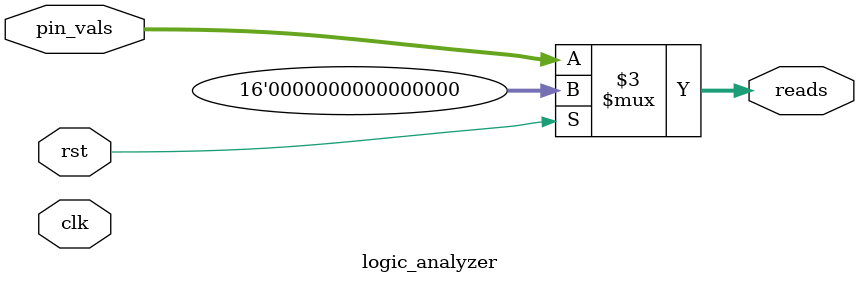
<source format=sv>
module logic_analyzer #(parameter width = 16)
(
    input logic clk,
    input logic rst,
    input logic [width-1:0] pin_vals,
    
    output logic [width-1:0] reads
);

always_comb begin

    if (rst) begin
        reads = '0;
    end else begin
        reads = pin_vals;
    end

end
endmodule
</source>
